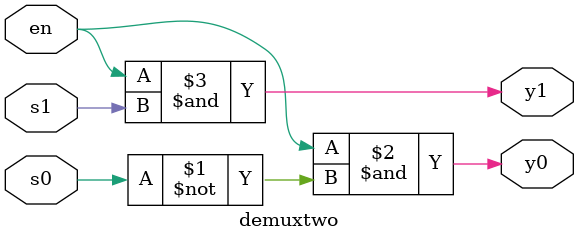
<source format=v>
module demuxtwo(en,s0,s1,y0,y1); 
	input en,s0,s1;
	output y0,y1;
	assign y0=en&(~s0); assign y1=en&s1;
endmodule
</source>
